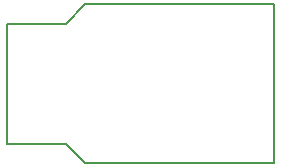
<source format=gbr>
G04 (created by PCBNEW (2013-04-19 BZR 4011)-stable) date 24/08/2014 15:37:21*
%MOIN*%
G04 Gerber Fmt 3.4, Leading zero omitted, Abs format*
%FSLAX34Y34*%
G01*
G70*
G90*
G04 APERTURE LIST*
%ADD10C,2.3622e-006*%
%ADD11C,0.005*%
G04 APERTURE END LIST*
G54D10*
G54D11*
X85700Y-63200D02*
X87650Y-63200D01*
X85700Y-67200D02*
X85700Y-63200D01*
X85700Y-67200D02*
X87650Y-67200D01*
X88300Y-67850D02*
X87650Y-67200D01*
X94600Y-67850D02*
X88300Y-67850D01*
X88300Y-62550D02*
X87650Y-63200D01*
X94600Y-62550D02*
X88300Y-62550D01*
X94600Y-67850D02*
X94600Y-62550D01*
M02*

</source>
